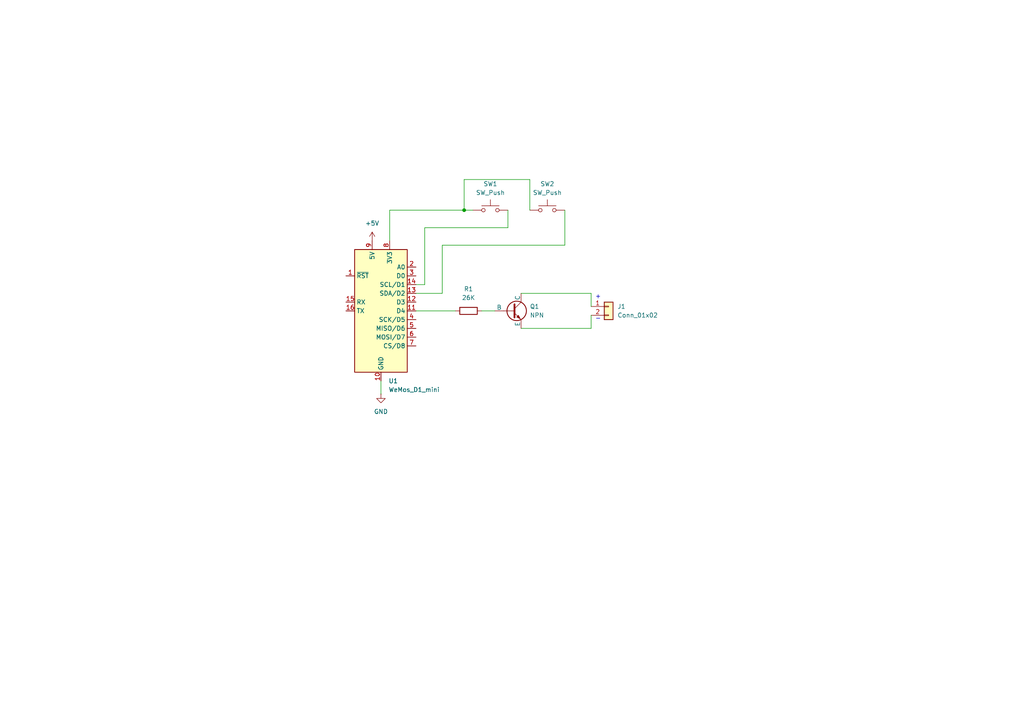
<source format=kicad_sch>
(kicad_sch (version 20231120) (generator "eeschema") (generator_version "8.0")
  (paper "A4")
  (lib_symbols
    (symbol "Connector_Generic:Conn_01x02" (pin_names (offset 1.016) hide)
      (property "Reference" "J" (at 0 2.54 0))
      (property "Value" "Conn_01x02" (at 0 -5.08 0))
      (symbol "Conn_01x02_1_1"
        (rectangle (start -1.27 -2.413) (end 0 -2.667) (stroke (width 0.1524)))
        (rectangle (start -1.27 0.127) (end 0 -0.127) (stroke (width 0.1524)))
        (rectangle (start -1.27 1.27) (end 1.27 -3.81) (stroke (width 0.254)) (fill (type background)))
        (pin passive line (at -5.08 0 0) (length 3.81) (name "Pin_1") (number "1"))
        (pin passive line (at -5.08 -2.54 0) (length 3.81) (name "Pin_2") (number "2"))
      )
    )
    (symbol "Device:R" (pin_numbers hide) (pin_names (offset 0))
      (property "Reference" "R" (at 2.032 0 90))
      (property "Value" "R" (at 0 0 90))
      (symbol "R_0_1"
        (rectangle (start -1.016 -2.54) (end 1.016 2.54) (stroke (width 0.254)))
      )
      (symbol "R_1_1"
        (pin passive line (at 0 3.81 270) (length 1.27) (name "~") (number "1"))
        (pin passive line (at 0 -3.81 90) (length 1.27) (name "~") (number "2"))
      )
    )
    (symbol "MCU_Module:WeMos_D1_mini"
      (property "Reference" "U" (at 3.81 19.05 0))
      (property "Value" "WeMos_D1_mini" (at 1.27 -19.05 0))
      (symbol "WeMos_D1_mini_1_1"
        (rectangle (start -7.62 17.78) (end 7.62 -17.78) (stroke (width 0.254)) (fill (type background)))
        (pin input line (at -10.16 10.16 0) (length 2.54) (name "~{RST}") (number "1"))
        (pin power_in line (at 0 -20.32 90) (length 2.54) (name "GND") (number "10"))
        (pin bidirectional line (at 10.16 0 180) (length 2.54) (name "D4") (number "11"))
        (pin bidirectional line (at 10.16 2.54 180) (length 2.54) (name "D3") (number "12"))
        (pin bidirectional line (at 10.16 5.08 180) (length 2.54) (name "SDA/D2") (number "13"))
        (pin bidirectional line (at 10.16 7.62 180) (length 2.54) (name "SCL/D1") (number "14"))
        (pin input line (at -10.16 2.54 0) (length 2.54) (name "RX") (number "15"))
        (pin output line (at -10.16 0 0) (length 2.54) (name "TX") (number "16"))
        (pin input line (at 10.16 12.7 180) (length 2.54) (name "A0") (number "2"))
        (pin bidirectional line (at 10.16 10.16 180) (length 2.54) (name "D0") (number "3"))
        (pin bidirectional line (at 10.16 -2.54 180) (length 2.54) (name "SCK/D5") (number "4"))
        (pin bidirectional line (at 10.16 -5.08 180) (length 2.54) (name "MISO/D6") (number "5"))
        (pin bidirectional line (at 10.16 -7.62 180) (length 2.54) (name "MOSI/D7") (number "6"))
        (pin bidirectional line (at 10.16 -10.16 180) (length 2.54) (name "CS/D8") (number "7"))
        (pin power_out line (at 2.54 20.32 270) (length 2.54) (name "3V3") (number "8"))
        (pin power_in line (at -2.54 20.32 270) (length 2.54) (name "5V") (number "9"))
      )
    )
    (symbol "Simulation_SPICE:NPN" (pin_numbers hide) (pin_names (offset 0))
      (property "Reference" "Q" (at -2.54 7.62 0))
      (property "Value" "NPN" (at -2.54 5.08 0))
      (symbol "NPN_0_1"
        (polyline (pts (xy -2.54 0) (xy 0.635 0)) (stroke (width 0.1524)))
        (polyline (pts (xy 0.635 0.635) (xy 2.54 2.54)))
        (polyline (pts (xy 2.794 -1.27) (xy 2.794 -1.27)) (stroke (width 0.1524)))
        (polyline (pts (xy 2.794 -1.27) (xy 2.794 -1.27)) (stroke (width 0.1524)))
        (polyline (pts (xy 0.635 -0.635) (xy 2.54 -2.54) (xy 2.54 -2.54)))
        (polyline (pts (xy 0.635 1.905) (xy 0.635 -1.905) (xy 0.635 -1.905)) (stroke (width 0.508)))
        (polyline (pts (xy 1.27 -1.778) (xy 1.778 -1.27) (xy 2.286 -2.286) (xy 1.27 -1.778) (xy 1.27 -1.778)) (fill (type outline)))
        (circle (center 1.27 0) (radius 2.8194) (stroke (width 0.254)))
      )
      (symbol "NPN_1_1"
        (pin open_collector line (at 2.54 5.08 270) (length 2.54) (name "C") (number "1"))
        (pin input line (at -5.08 0 0) (length 2.54) (name "B") (number "2"))
        (pin open_emitter line (at 2.54 -5.08 90) (length 2.54) (name "E") (number "3"))
      )
    )
    (symbol "Switch:SW_Push" (pin_numbers hide) (pin_names (offset 1.016) hide)
      (property "Reference" "SW" (at 1.27 2.54 0))
      (property "Value" "SW_Push" (at 0 -1.524 0))
      (symbol "SW_Push_0_1"
        (circle (center -2.032 0) (radius 0.508))
        (polyline (pts (xy 0 1.27) (xy 0 3.048)))
        (polyline (pts (xy 2.54 1.27) (xy -2.54 1.27)))
        (circle (center 2.032 0) (radius 0.508))
        (pin passive line (at -5.08 0 0) (length 2.54) (name "1") (number "1"))
        (pin passive line (at 5.08 0 180) (length 2.54) (name "2") (number "2"))
      )
    )
    (symbol "power:+5V" (power) (pin_numbers hide) (pin_names (offset 0) hide)
      (property "Value" "+5V" (at 0 3.556 0))
      (symbol "+5V_0_1"
        (polyline (pts (xy -0.762 1.27) (xy 0 2.54)))
        (polyline (pts (xy 0 0) (xy 0 2.54)))
        (polyline (pts (xy 0 2.54) (xy 0.762 1.27)))
      )
      (symbol "+5V_1_1"
        (pin power_in line (at 0 0 90) (length 0) (name "~") (number "1"))
      )
    )
    (symbol "power:GND" (power) (pin_numbers hide) (pin_names (offset 0) hide)
      (property "Value" "GND" (at 0 -3.81 0))
      (symbol "GND_0_1"
        (polyline (pts (xy 0 0) (xy 0 -1.27) (xy 1.27 -1.27) (xy 0 -2.54) (xy -1.27 -1.27) (xy 0 -1.27)))
      )
      (symbol "GND_1_1"
        (pin power_in line (at 0 0 270) (length 0) (name "~") (number "1"))
      )
    )
  )
  (junction (at 134.62 60.96))
  (wire (pts (xy 110.49 110.49) (xy 110.49 114.3)))
  (wire (pts (xy 113.03 60.96) (xy 134.62 60.96)))
  (wire (pts (xy 128.27 85.09) (xy 120.65 85.09)))
  (wire (pts (xy 134.62 52.07) (xy 134.62 60.96)))
  (wire (pts (xy 163.83 71.12) (xy 128.27 71.12)))
  (wire (pts (xy 113.03 60.96) (xy 113.03 69.85)))
  (wire (pts (xy 123.19 66.04) (xy 123.19 82.55)))
  (wire (pts (xy 153.67 52.07) (xy 134.62 52.07)))
  (wire (pts (xy 120.65 90.17) (xy 132.08 90.17)))
  (wire (pts (xy 171.45 85.09) (xy 171.45 88.9)))
  (wire (pts (xy 147.32 66.04) (xy 123.19 66.04)))
  (wire (pts (xy 151.13 95.25) (xy 171.45 95.25)))
  (wire (pts (xy 139.7 90.17) (xy 143.51 90.17)))
  (wire (pts (xy 151.13 85.09) (xy 171.45 85.09)))
  (wire (pts (xy 163.83 60.96) (xy 163.83 71.12)))
  (wire (pts (xy 128.27 71.12) (xy 128.27 85.09)))
  (wire (pts (xy 134.62 60.96) (xy 137.16 60.96)))
  (wire (pts (xy 123.19 82.55) (xy 120.65 82.55)))
  (wire (pts (xy 147.32 60.96) (xy 147.32 66.04)))
  (wire (pts (xy 171.45 95.25) (xy 171.45 91.44)))
  (wire (pts (xy 153.67 60.96) (xy 153.67 52.07)))
  (text "-\n" (at 173.482 92.456 0) (effects (font (size 1.27 1.27))))
  (text "+" (at 173.482 86.106 0) (effects (font (size 1.27 1.27))))
  (symbol (lib_id "MCU_Module:WeMos_D1_mini") (at 110.49 90.17 0) (unit 1)
    (property "Reference" "U1" (at 112.6841 110.49 0) (effects (justify left)))
    (property "Value" "WeMos_D1_mini" (at 112.6841 113.03 0) (effects (justify left)))
    (property "Footprint" "Module:WEMOS_D1_mini_light" (effects (hide yes)))
    (property "Datasheet" "https://wiki.wemos.cc/products:d1:d1_mini#documentation" (effects (hide yes)))
    (property "Description" "32-bit microcontroller module with WiFi" (effects (hide yes)))
  )
  (symbol (lib_id "power:GND") (at 110.49 114.3 0) (unit 1)
    (property "Reference" "#PWR02" (effects (hide yes)))
    (property "Value" "GND" (at 110.49 119.38 0))
    (property "Description" "Power symbol creates a global label with name \"GND\" , ground" (effects (hide yes)))
  )
  (symbol (lib_id "power:+5V") (at 107.95 69.85 0) (unit 1)
    (property "Reference" "#PWR01" (effects (hide yes)))
    (property "Value" "+5V" (at 107.95 64.77 0))
    (property "Description" "Power symbol creates a global label with name \"+5V\"" (effects (hide yes)))
  )
  (symbol (lib_id "Device:R") (at 135.89 90.17 90) (unit 1)
    (property "Reference" "R1" (at 135.89 83.82 90))
    (property "Value" "26K" (at 135.89 86.36 90))
    (property "Description" "Resistor" (effects (hide yes)))
  )
  (symbol (lib_id "Switch:SW_Push") (at 158.75 60.96 0) (unit 1)
    (property "Reference" "SW2" (at 158.75 53.34 0))
    (property "Value" "SW_Push" (at 158.75 55.88 0))
    (property "Description" "Push button switch, generic, two pins" (effects (hide yes)))
  )
  (symbol (lib_id "Switch:SW_Push") (at 142.24 60.96 0) (unit 1)
    (property "Reference" "SW1" (at 142.24 53.34 0))
    (property "Value" "SW_Push" (at 142.24 55.88 0))
    (property "Description" "Push button switch, generic, two pins" (effects (hide yes)))
  )
  (symbol (lib_id "Simulation_SPICE:NPN") (at 148.59 90.17 0) (unit 1)
    (property "Reference" "Q1" (at 153.67 88.8999 0) (effects (justify left)))
    (property "Value" "NPN" (at 153.67 91.4399 0) (effects (justify left)))
    (property "Datasheet" "https://ngspice.sourceforge.io/docs/ngspice-html-manual/manual.xhtml#cha_BJTs" (effects (hide yes)))
    (property "Description" "Bipolar transistor symbol for simulation only, substrate tied to the emitter" (effects (hide yes)))
    (property "Sim.Device" "NPN" (effects (hide yes)))
    (property "Sim.Type" "GUMMELPOON" (effects (hide yes)))
    (property "Sim.Pins" "1=C 2=B 3=E" (effects (hide yes)))
  )
  (symbol (lib_id "Connector_Generic:Conn_01x02") (at 176.53 88.9 0) (unit 1)
    (property "Reference" "J1" (at 179.07 88.8999 0) (effects (justify left)))
    (property "Value" "Conn_01x02" (at 179.07 91.4399 0) (effects (justify left)))
    (property "Description" "Generic connector, single row, 01x02, script generated (kicad-library-utils/schlib/autogen/connector/)" (effects (hide yes)))
  )
)
</source>
